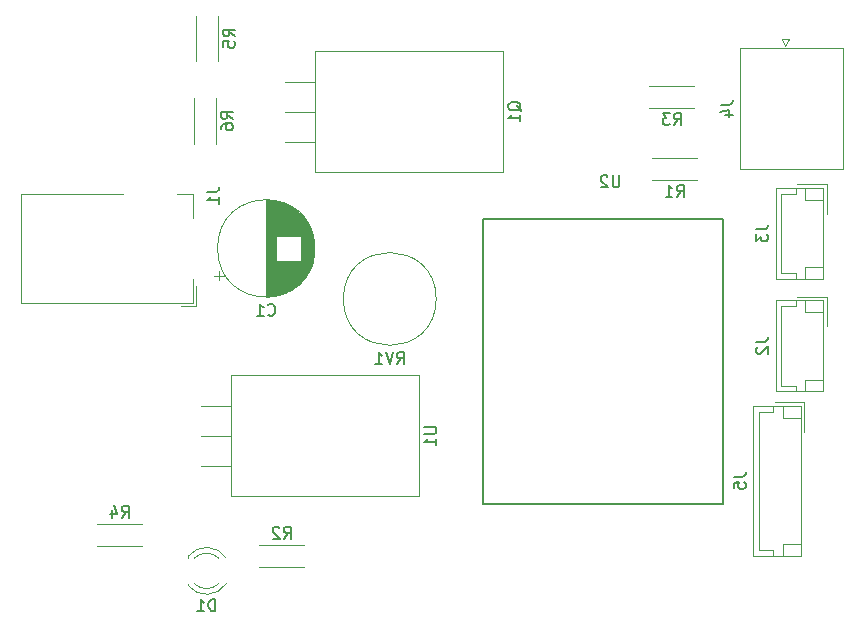
<source format=gbr>
%TF.GenerationSoftware,KiCad,Pcbnew,6.0.11+dfsg-1*%
%TF.CreationDate,2025-02-08T18:08:56+02:00*%
%TF.ProjectId,pet_puller_shield,7065745f-7075-46c6-9c65-725f73686965,rev?*%
%TF.SameCoordinates,Original*%
%TF.FileFunction,Legend,Bot*%
%TF.FilePolarity,Positive*%
%FSLAX46Y46*%
G04 Gerber Fmt 4.6, Leading zero omitted, Abs format (unit mm)*
G04 Created by KiCad (PCBNEW 6.0.11+dfsg-1) date 2025-02-08 18:08:56*
%MOMM*%
%LPD*%
G01*
G04 APERTURE LIST*
%ADD10C,0.150000*%
%ADD11C,0.120000*%
G04 APERTURE END LIST*
D10*
%TO.C,J4*%
X180692380Y-92599166D02*
X181406666Y-92599166D01*
X181549523Y-92551547D01*
X181644761Y-92456309D01*
X181692380Y-92313452D01*
X181692380Y-92218214D01*
X181025714Y-93503928D02*
X181692380Y-93503928D01*
X180644761Y-93265833D02*
X181359047Y-93027738D01*
X181359047Y-93646785D01*
%TO.C,R1*%
X176950666Y-100416380D02*
X177284000Y-99940190D01*
X177522095Y-100416380D02*
X177522095Y-99416380D01*
X177141142Y-99416380D01*
X177045904Y-99464000D01*
X176998285Y-99511619D01*
X176950666Y-99606857D01*
X176950666Y-99749714D01*
X176998285Y-99844952D01*
X177045904Y-99892571D01*
X177141142Y-99940190D01*
X177522095Y-99940190D01*
X175998285Y-100416380D02*
X176569714Y-100416380D01*
X176284000Y-100416380D02*
X176284000Y-99416380D01*
X176379238Y-99559238D01*
X176474476Y-99654476D01*
X176569714Y-99702095D01*
%TO.C,Q1*%
X163789619Y-93122761D02*
X163742000Y-93027523D01*
X163646761Y-92932285D01*
X163503904Y-92789428D01*
X163456285Y-92694190D01*
X163456285Y-92598952D01*
X163694380Y-92646571D02*
X163646761Y-92551333D01*
X163551523Y-92456095D01*
X163361047Y-92408476D01*
X163027714Y-92408476D01*
X162837238Y-92456095D01*
X162742000Y-92551333D01*
X162694380Y-92646571D01*
X162694380Y-92837047D01*
X162742000Y-92932285D01*
X162837238Y-93027523D01*
X163027714Y-93075142D01*
X163361047Y-93075142D01*
X163551523Y-93027523D01*
X163646761Y-92932285D01*
X163694380Y-92837047D01*
X163694380Y-92646571D01*
X163694380Y-94027523D02*
X163694380Y-93456095D01*
X163694380Y-93741809D02*
X162694380Y-93741809D01*
X162837238Y-93646571D01*
X162932476Y-93551333D01*
X162980095Y-93456095D01*
%TO.C,R2*%
X143676666Y-129342380D02*
X144010000Y-128866190D01*
X144248095Y-129342380D02*
X144248095Y-128342380D01*
X143867142Y-128342380D01*
X143771904Y-128390000D01*
X143724285Y-128437619D01*
X143676666Y-128532857D01*
X143676666Y-128675714D01*
X143724285Y-128770952D01*
X143771904Y-128818571D01*
X143867142Y-128866190D01*
X144248095Y-128866190D01*
X143295714Y-128437619D02*
X143248095Y-128390000D01*
X143152857Y-128342380D01*
X142914761Y-128342380D01*
X142819523Y-128390000D01*
X142771904Y-128437619D01*
X142724285Y-128532857D01*
X142724285Y-128628095D01*
X142771904Y-128770952D01*
X143343333Y-129342380D01*
X142724285Y-129342380D01*
%TO.C,D1*%
X137873095Y-135492380D02*
X137873095Y-134492380D01*
X137635000Y-134492380D01*
X137492142Y-134540000D01*
X137396904Y-134635238D01*
X137349285Y-134730476D01*
X137301666Y-134920952D01*
X137301666Y-135063809D01*
X137349285Y-135254285D01*
X137396904Y-135349523D01*
X137492142Y-135444761D01*
X137635000Y-135492380D01*
X137873095Y-135492380D01*
X136349285Y-135492380D02*
X136920714Y-135492380D01*
X136635000Y-135492380D02*
X136635000Y-134492380D01*
X136730238Y-134635238D01*
X136825476Y-134730476D01*
X136920714Y-134778095D01*
%TO.C,J5*%
X181772380Y-124126666D02*
X182486666Y-124126666D01*
X182629523Y-124079047D01*
X182724761Y-123983809D01*
X182772380Y-123840952D01*
X182772380Y-123745714D01*
X181772380Y-125079047D02*
X181772380Y-124602857D01*
X182248571Y-124555238D01*
X182200952Y-124602857D01*
X182153333Y-124698095D01*
X182153333Y-124936190D01*
X182200952Y-125031428D01*
X182248571Y-125079047D01*
X182343809Y-125126666D01*
X182581904Y-125126666D01*
X182677142Y-125079047D01*
X182724761Y-125031428D01*
X182772380Y-124936190D01*
X182772380Y-124698095D01*
X182724761Y-124602857D01*
X182677142Y-124555238D01*
%TO.C,R3*%
X176696666Y-94320380D02*
X177030000Y-93844190D01*
X177268095Y-94320380D02*
X177268095Y-93320380D01*
X176887142Y-93320380D01*
X176791904Y-93368000D01*
X176744285Y-93415619D01*
X176696666Y-93510857D01*
X176696666Y-93653714D01*
X176744285Y-93748952D01*
X176791904Y-93796571D01*
X176887142Y-93844190D01*
X177268095Y-93844190D01*
X176363333Y-93320380D02*
X175744285Y-93320380D01*
X176077619Y-93701333D01*
X175934761Y-93701333D01*
X175839523Y-93748952D01*
X175791904Y-93796571D01*
X175744285Y-93891809D01*
X175744285Y-94129904D01*
X175791904Y-94225142D01*
X175839523Y-94272761D01*
X175934761Y-94320380D01*
X176220476Y-94320380D01*
X176315714Y-94272761D01*
X176363333Y-94225142D01*
%TO.C,R4*%
X129960666Y-127564380D02*
X130294000Y-127088190D01*
X130532095Y-127564380D02*
X130532095Y-126564380D01*
X130151142Y-126564380D01*
X130055904Y-126612000D01*
X130008285Y-126659619D01*
X129960666Y-126754857D01*
X129960666Y-126897714D01*
X130008285Y-126992952D01*
X130055904Y-127040571D01*
X130151142Y-127088190D01*
X130532095Y-127088190D01*
X129103523Y-126897714D02*
X129103523Y-127564380D01*
X129341619Y-126516761D02*
X129579714Y-127231047D01*
X128960666Y-127231047D01*
%TO.C,J3*%
X183677380Y-103171666D02*
X184391666Y-103171666D01*
X184534523Y-103124047D01*
X184629761Y-103028809D01*
X184677380Y-102885952D01*
X184677380Y-102790714D01*
X183677380Y-103552619D02*
X183677380Y-104171666D01*
X184058333Y-103838333D01*
X184058333Y-103981190D01*
X184105952Y-104076428D01*
X184153571Y-104124047D01*
X184248809Y-104171666D01*
X184486904Y-104171666D01*
X184582142Y-104124047D01*
X184629761Y-104076428D01*
X184677380Y-103981190D01*
X184677380Y-103695476D01*
X184629761Y-103600238D01*
X184582142Y-103552619D01*
%TO.C,U1*%
X155582380Y-119888095D02*
X156391904Y-119888095D01*
X156487142Y-119935714D01*
X156534761Y-119983333D01*
X156582380Y-120078571D01*
X156582380Y-120269047D01*
X156534761Y-120364285D01*
X156487142Y-120411904D01*
X156391904Y-120459523D01*
X155582380Y-120459523D01*
X156582380Y-121459523D02*
X156582380Y-120888095D01*
X156582380Y-121173809D02*
X155582380Y-121173809D01*
X155725238Y-121078571D01*
X155820476Y-120983333D01*
X155868095Y-120888095D01*
%TO.C,J2*%
X183677380Y-112696666D02*
X184391666Y-112696666D01*
X184534523Y-112649047D01*
X184629761Y-112553809D01*
X184677380Y-112410952D01*
X184677380Y-112315714D01*
X183772619Y-113125238D02*
X183725000Y-113172857D01*
X183677380Y-113268095D01*
X183677380Y-113506190D01*
X183725000Y-113601428D01*
X183772619Y-113649047D01*
X183867857Y-113696666D01*
X183963095Y-113696666D01*
X184105952Y-113649047D01*
X184677380Y-113077619D01*
X184677380Y-113696666D01*
%TO.C,R6*%
X139367380Y-93813333D02*
X138891190Y-93480000D01*
X139367380Y-93241904D02*
X138367380Y-93241904D01*
X138367380Y-93622857D01*
X138415000Y-93718095D01*
X138462619Y-93765714D01*
X138557857Y-93813333D01*
X138700714Y-93813333D01*
X138795952Y-93765714D01*
X138843571Y-93718095D01*
X138891190Y-93622857D01*
X138891190Y-93241904D01*
X138367380Y-94670476D02*
X138367380Y-94480000D01*
X138415000Y-94384761D01*
X138462619Y-94337142D01*
X138605476Y-94241904D01*
X138795952Y-94194285D01*
X139176904Y-94194285D01*
X139272142Y-94241904D01*
X139319761Y-94289523D01*
X139367380Y-94384761D01*
X139367380Y-94575238D01*
X139319761Y-94670476D01*
X139272142Y-94718095D01*
X139176904Y-94765714D01*
X138938809Y-94765714D01*
X138843571Y-94718095D01*
X138795952Y-94670476D01*
X138748333Y-94575238D01*
X138748333Y-94384761D01*
X138795952Y-94289523D01*
X138843571Y-94241904D01*
X138938809Y-94194285D01*
%TO.C,C1*%
X142355760Y-110382142D02*
X142403379Y-110429761D01*
X142546236Y-110477380D01*
X142641474Y-110477380D01*
X142784332Y-110429761D01*
X142879570Y-110334523D01*
X142927189Y-110239285D01*
X142974808Y-110048809D01*
X142974808Y-109905952D01*
X142927189Y-109715476D01*
X142879570Y-109620238D01*
X142784332Y-109525000D01*
X142641474Y-109477380D01*
X142546236Y-109477380D01*
X142403379Y-109525000D01*
X142355760Y-109572619D01*
X141403379Y-110477380D02*
X141974808Y-110477380D01*
X141689094Y-110477380D02*
X141689094Y-109477380D01*
X141784332Y-109620238D01*
X141879570Y-109715476D01*
X141974808Y-109763095D01*
%TO.C,J1*%
X137207380Y-99996666D02*
X137921666Y-99996666D01*
X138064523Y-99949047D01*
X138159761Y-99853809D01*
X138207380Y-99710952D01*
X138207380Y-99615714D01*
X138207380Y-100996666D02*
X138207380Y-100425238D01*
X138207380Y-100710952D02*
X137207380Y-100710952D01*
X137350238Y-100615714D01*
X137445476Y-100520476D01*
X137493095Y-100425238D01*
%TO.C,RV1*%
X153249238Y-114568380D02*
X153582571Y-114092190D01*
X153820666Y-114568380D02*
X153820666Y-113568380D01*
X153439714Y-113568380D01*
X153344476Y-113616000D01*
X153296857Y-113663619D01*
X153249238Y-113758857D01*
X153249238Y-113901714D01*
X153296857Y-113996952D01*
X153344476Y-114044571D01*
X153439714Y-114092190D01*
X153820666Y-114092190D01*
X152963523Y-113568380D02*
X152630190Y-114568380D01*
X152296857Y-113568380D01*
X151439714Y-114568380D02*
X152011142Y-114568380D01*
X151725428Y-114568380D02*
X151725428Y-113568380D01*
X151820666Y-113711238D01*
X151915904Y-113806476D01*
X152011142Y-113854095D01*
%TO.C,U2*%
X172084904Y-98599880D02*
X172084904Y-99409404D01*
X172037285Y-99504642D01*
X171989666Y-99552261D01*
X171894428Y-99599880D01*
X171703952Y-99599880D01*
X171608714Y-99552261D01*
X171561095Y-99504642D01*
X171513476Y-99409404D01*
X171513476Y-98599880D01*
X171084904Y-98695119D02*
X171037285Y-98647500D01*
X170942047Y-98599880D01*
X170703952Y-98599880D01*
X170608714Y-98647500D01*
X170561095Y-98695119D01*
X170513476Y-98790357D01*
X170513476Y-98885595D01*
X170561095Y-99028452D01*
X171132523Y-99599880D01*
X170513476Y-99599880D01*
%TO.C,R5*%
X139532380Y-86828333D02*
X139056190Y-86495000D01*
X139532380Y-86256904D02*
X138532380Y-86256904D01*
X138532380Y-86637857D01*
X138580000Y-86733095D01*
X138627619Y-86780714D01*
X138722857Y-86828333D01*
X138865714Y-86828333D01*
X138960952Y-86780714D01*
X139008571Y-86733095D01*
X139056190Y-86637857D01*
X139056190Y-86256904D01*
X138532380Y-87733095D02*
X138532380Y-87256904D01*
X139008571Y-87209285D01*
X138960952Y-87256904D01*
X138913333Y-87352142D01*
X138913333Y-87590238D01*
X138960952Y-87685476D01*
X139008571Y-87733095D01*
X139103809Y-87780714D01*
X139341904Y-87780714D01*
X139437142Y-87733095D01*
X139484761Y-87685476D01*
X139532380Y-87590238D01*
X139532380Y-87352142D01*
X139484761Y-87256904D01*
X139437142Y-87209285D01*
D11*
%TO.C,J4*%
X185840000Y-87022500D02*
X186140000Y-87622500D01*
X186140000Y-87622500D02*
X186440000Y-87022500D01*
X191050000Y-98042500D02*
X182330000Y-98042500D01*
X186440000Y-87022500D02*
X185840000Y-87022500D01*
X182330000Y-87822500D02*
X191050000Y-87822500D01*
X191050000Y-87822500D02*
X191050000Y-98042500D01*
X182330000Y-98042500D02*
X182330000Y-87822500D01*
%TO.C,R1*%
X174864000Y-97124000D02*
X178704000Y-97124000D01*
X174864000Y-98964000D02*
X178704000Y-98964000D01*
%TO.C,Q1*%
X162242000Y-98338000D02*
X162242000Y-88098000D01*
X162242000Y-98338000D02*
X146352000Y-98338000D01*
X162242000Y-88098000D02*
X146352000Y-88098000D01*
X146352000Y-90678000D02*
X143812000Y-90678000D01*
X146352000Y-93218000D02*
X143812000Y-93218000D01*
X146352000Y-98338000D02*
X146352000Y-88098000D01*
X146352000Y-95758000D02*
X143812000Y-95758000D01*
%TO.C,R2*%
X145430000Y-131730000D02*
X141590000Y-131730000D01*
X145430000Y-129890000D02*
X141590000Y-129890000D01*
%TO.C,D1*%
X135575000Y-131000000D02*
X135575000Y-130844000D01*
X135575000Y-133316000D02*
X135575000Y-133160000D01*
X135575000Y-133315516D02*
G75*
G03*
X138807335Y-133158608I1560000J1235516D01*
G01*
X138176130Y-131000163D02*
G75*
G03*
X136094039Y-131000000I-1041130J-1079837D01*
G01*
X136094039Y-133160000D02*
G75*
G03*
X138176130Y-133159837I1040961J1080000D01*
G01*
X138807335Y-131001392D02*
G75*
G03*
X135575000Y-130844484I-1672335J-1078608D01*
G01*
%TO.C,J5*%
X185930000Y-129820000D02*
X187430000Y-129820000D01*
X183410000Y-130820000D02*
X183410000Y-118100000D01*
X185930000Y-130820000D02*
X185930000Y-129820000D01*
X185120000Y-118100000D02*
X185120000Y-118600000D01*
X185930000Y-119100000D02*
X187430000Y-119100000D01*
X183910000Y-118600000D02*
X183910000Y-130320000D01*
X187430000Y-130820000D02*
X183410000Y-130820000D01*
X183410000Y-118100000D02*
X187430000Y-118100000D01*
X185230000Y-117800000D02*
X187730000Y-117800000D01*
X187430000Y-118100000D02*
X187430000Y-130820000D01*
X183910000Y-130320000D02*
X185120000Y-130320000D01*
X185930000Y-118100000D02*
X185930000Y-119100000D01*
X185120000Y-118600000D02*
X183910000Y-118600000D01*
X187730000Y-117800000D02*
X187730000Y-120300000D01*
X185120000Y-130320000D02*
X185120000Y-130820000D01*
%TO.C,R3*%
X174610000Y-92868000D02*
X178450000Y-92868000D01*
X174610000Y-91028000D02*
X178450000Y-91028000D01*
%TO.C,R4*%
X131714000Y-128112000D02*
X127874000Y-128112000D01*
X131714000Y-129952000D02*
X127874000Y-129952000D01*
%TO.C,J3*%
X187835000Y-106365000D02*
X189335000Y-106365000D01*
X189335000Y-99645000D02*
X189335000Y-107365000D01*
X189335000Y-107365000D02*
X185315000Y-107365000D01*
X187135000Y-99345000D02*
X189635000Y-99345000D01*
X187835000Y-99645000D02*
X187835000Y-100645000D01*
X187025000Y-100145000D02*
X185815000Y-100145000D01*
X185815000Y-100145000D02*
X185815000Y-106865000D01*
X187835000Y-107365000D02*
X187835000Y-106365000D01*
X187835000Y-100645000D02*
X189335000Y-100645000D01*
X187025000Y-106865000D02*
X187025000Y-107365000D01*
X187025000Y-99645000D02*
X187025000Y-100145000D01*
X189635000Y-99345000D02*
X189635000Y-101845000D01*
X185315000Y-99645000D02*
X189335000Y-99645000D01*
X185815000Y-106865000D02*
X187025000Y-106865000D01*
X185315000Y-107365000D02*
X185315000Y-99645000D01*
%TO.C,U1*%
X155130000Y-125770000D02*
X155130000Y-115530000D01*
X139240000Y-125770000D02*
X139240000Y-115530000D01*
X139240000Y-123190000D02*
X136700000Y-123190000D01*
X139240000Y-120650000D02*
X136700000Y-120650000D01*
X139240000Y-118110000D02*
X136700000Y-118110000D01*
X155130000Y-125770000D02*
X139240000Y-125770000D01*
X155130000Y-115530000D02*
X139240000Y-115530000D01*
%TO.C,J2*%
X189335000Y-109170000D02*
X189335000Y-116890000D01*
X189635000Y-108870000D02*
X189635000Y-111370000D01*
X187835000Y-116890000D02*
X187835000Y-115890000D01*
X189335000Y-116890000D02*
X185315000Y-116890000D01*
X185315000Y-109170000D02*
X189335000Y-109170000D01*
X187835000Y-115890000D02*
X189335000Y-115890000D01*
X187135000Y-108870000D02*
X189635000Y-108870000D01*
X185315000Y-116890000D02*
X185315000Y-109170000D01*
X187835000Y-110170000D02*
X189335000Y-110170000D01*
X187025000Y-109170000D02*
X187025000Y-109670000D01*
X187835000Y-109170000D02*
X187835000Y-110170000D01*
X185815000Y-116390000D02*
X187025000Y-116390000D01*
X185815000Y-109670000D02*
X185815000Y-116390000D01*
X187025000Y-109670000D02*
X185815000Y-109670000D01*
X187025000Y-116390000D02*
X187025000Y-116890000D01*
%TO.C,R6*%
X136075000Y-95900000D02*
X136075000Y-92060000D01*
X137915000Y-95900000D02*
X137915000Y-92060000D01*
%TO.C,C1*%
X144150094Y-103735000D02*
X144150094Y-101191000D01*
X143390094Y-103735000D02*
X143390094Y-100873000D01*
X145950094Y-106420000D02*
X145950094Y-103130000D01*
X144390094Y-108219000D02*
X144390094Y-105815000D01*
X143190094Y-108732000D02*
X143190094Y-105815000D01*
X144030094Y-108422000D02*
X144030094Y-105815000D01*
X143390094Y-108677000D02*
X143390094Y-105815000D01*
X144390094Y-103735000D02*
X144390094Y-101331000D01*
X138179396Y-107490000D02*
X138179396Y-106690000D01*
X142389094Y-108851000D02*
X142389094Y-100699000D01*
X144310094Y-108268000D02*
X144310094Y-105815000D01*
X144070094Y-103735000D02*
X144070094Y-101148000D01*
X144710094Y-103735000D02*
X144710094Y-101555000D01*
X143950094Y-108461000D02*
X143950094Y-105815000D01*
X144950094Y-107794000D02*
X144950094Y-105815000D01*
X144510094Y-103735000D02*
X144510094Y-101410000D01*
X142589094Y-108836000D02*
X142589094Y-100714000D01*
X143790094Y-103735000D02*
X143790094Y-101018000D01*
X145230094Y-107516000D02*
X145230094Y-102034000D01*
X142910094Y-108792000D02*
X142910094Y-100758000D01*
X145590094Y-107062000D02*
X145590094Y-102488000D01*
X143070094Y-108760000D02*
X143070094Y-105815000D01*
X145630094Y-107003000D02*
X145630094Y-102547000D01*
X145390094Y-107331000D02*
X145390094Y-102219000D01*
X144910094Y-103735000D02*
X144910094Y-101720000D01*
X143750094Y-103735000D02*
X143750094Y-101001000D01*
X144470094Y-103735000D02*
X144470094Y-101383000D01*
X144990094Y-103735000D02*
X144990094Y-101792000D01*
X144590094Y-108084000D02*
X144590094Y-105815000D01*
X145150094Y-107601000D02*
X145150094Y-101949000D01*
X143150094Y-103735000D02*
X143150094Y-100808000D01*
X146030094Y-106228000D02*
X146030094Y-103322000D01*
X143710094Y-103735000D02*
X143710094Y-100985000D01*
X143910094Y-108479000D02*
X143910094Y-105815000D01*
X143430094Y-108664000D02*
X143430094Y-105815000D01*
X142469094Y-108846000D02*
X142469094Y-100704000D01*
X145790094Y-106739000D02*
X145790094Y-102811000D01*
X143590094Y-108610000D02*
X143590094Y-105815000D01*
X144510094Y-108140000D02*
X144510094Y-105815000D01*
X143030094Y-108769000D02*
X143030094Y-100781000D01*
X143230094Y-108722000D02*
X143230094Y-105815000D01*
X144910094Y-107830000D02*
X144910094Y-105815000D01*
X144430094Y-108193000D02*
X144430094Y-105815000D01*
X144110094Y-108381000D02*
X144110094Y-105815000D01*
X145430094Y-107280000D02*
X145430094Y-102270000D01*
X145750094Y-106809000D02*
X145750094Y-102741000D01*
X142269094Y-108855000D02*
X142269094Y-100695000D01*
X143830094Y-103735000D02*
X143830094Y-101035000D01*
X143150094Y-108742000D02*
X143150094Y-105815000D01*
X143350094Y-103735000D02*
X143350094Y-100861000D01*
X145110094Y-103735000D02*
X145110094Y-101908000D01*
X145830094Y-106665000D02*
X145830094Y-102885000D01*
X145110094Y-107642000D02*
X145110094Y-105815000D01*
X144110094Y-103735000D02*
X144110094Y-101169000D01*
X142950094Y-108785000D02*
X142950094Y-100765000D01*
X144470094Y-108167000D02*
X144470094Y-105815000D01*
X145470094Y-107229000D02*
X145470094Y-102321000D01*
X144030094Y-103735000D02*
X144030094Y-101128000D01*
X143750094Y-108549000D02*
X143750094Y-105815000D01*
X142349094Y-108852000D02*
X142349094Y-100698000D01*
X143190094Y-103735000D02*
X143190094Y-100818000D01*
X143630094Y-103735000D02*
X143630094Y-100954000D01*
X146190094Y-105723000D02*
X146190094Y-103827000D01*
X144350094Y-108244000D02*
X144350094Y-105815000D01*
X144070094Y-108402000D02*
X144070094Y-105815000D01*
X142789094Y-108812000D02*
X142789094Y-100738000D01*
X145670094Y-106941000D02*
X145670094Y-102609000D01*
X143630094Y-108596000D02*
X143630094Y-105815000D01*
X143910094Y-103735000D02*
X143910094Y-101071000D01*
X143470094Y-108652000D02*
X143470094Y-105815000D01*
X144630094Y-108055000D02*
X144630094Y-105815000D01*
X143510094Y-108638000D02*
X143510094Y-105815000D01*
X145910094Y-106506000D02*
X145910094Y-103044000D01*
X137779396Y-107090000D02*
X138579396Y-107090000D01*
X143070094Y-103735000D02*
X143070094Y-100790000D01*
X144230094Y-108315000D02*
X144230094Y-105815000D01*
X146150094Y-105873000D02*
X146150094Y-103677000D01*
X144150094Y-108359000D02*
X144150094Y-105815000D01*
X145990094Y-106327000D02*
X145990094Y-103223000D01*
X143990094Y-103735000D02*
X143990094Y-101109000D01*
X143870094Y-103735000D02*
X143870094Y-101053000D01*
X144830094Y-103735000D02*
X144830094Y-101651000D01*
X143550094Y-103735000D02*
X143550094Y-100925000D01*
X143990094Y-108441000D02*
X143990094Y-105815000D01*
X144870094Y-107865000D02*
X144870094Y-105815000D01*
X142429094Y-108849000D02*
X142429094Y-100701000D01*
X143350094Y-108689000D02*
X143350094Y-105815000D01*
X143310094Y-108700000D02*
X143310094Y-105815000D01*
X142629094Y-108832000D02*
X142629094Y-100718000D01*
X144630094Y-103735000D02*
X144630094Y-101495000D01*
X145350094Y-107379000D02*
X145350094Y-102171000D01*
X143510094Y-103735000D02*
X143510094Y-100912000D01*
X142990094Y-108777000D02*
X142990094Y-100773000D01*
X143830094Y-108515000D02*
X143830094Y-105815000D01*
X143710094Y-108565000D02*
X143710094Y-105815000D01*
X144350094Y-103735000D02*
X144350094Y-101306000D01*
X144990094Y-107758000D02*
X144990094Y-105815000D01*
X146230094Y-105543000D02*
X146230094Y-104007000D01*
X143110094Y-103735000D02*
X143110094Y-100799000D01*
X144550094Y-103735000D02*
X144550094Y-101437000D01*
X144310094Y-103735000D02*
X144310094Y-101282000D01*
X145190094Y-107559000D02*
X145190094Y-101991000D01*
X142229094Y-108855000D02*
X142229094Y-100695000D01*
X145870094Y-106588000D02*
X145870094Y-102962000D01*
X144790094Y-107931000D02*
X144790094Y-105815000D01*
X145710094Y-106877000D02*
X145710094Y-102673000D01*
X143270094Y-108711000D02*
X143270094Y-105815000D01*
X143110094Y-108751000D02*
X143110094Y-105815000D01*
X145030094Y-107720000D02*
X145030094Y-105815000D01*
X143670094Y-108580000D02*
X143670094Y-105815000D01*
X144550094Y-108113000D02*
X144550094Y-105815000D01*
X144790094Y-103735000D02*
X144790094Y-101619000D01*
X143470094Y-103735000D02*
X143470094Y-100898000D01*
X144830094Y-107899000D02*
X144830094Y-105815000D01*
X144870094Y-103735000D02*
X144870094Y-101685000D01*
X146110094Y-106004000D02*
X146110094Y-103546000D01*
X142309094Y-108854000D02*
X142309094Y-100696000D01*
X146270094Y-105308000D02*
X146270094Y-104242000D01*
X142189094Y-108855000D02*
X142189094Y-100695000D01*
X143670094Y-103735000D02*
X143670094Y-100970000D01*
X143430094Y-103735000D02*
X143430094Y-100886000D01*
X144670094Y-108025000D02*
X144670094Y-105815000D01*
X144190094Y-103735000D02*
X144190094Y-101213000D01*
X145510094Y-107175000D02*
X145510094Y-102375000D01*
X142709094Y-108823000D02*
X142709094Y-100727000D01*
X143870094Y-108497000D02*
X143870094Y-105815000D01*
X144270094Y-103735000D02*
X144270094Y-101258000D01*
X144950094Y-103735000D02*
X144950094Y-101756000D01*
X143790094Y-108532000D02*
X143790094Y-105815000D01*
X142749094Y-108817000D02*
X142749094Y-100733000D01*
X143590094Y-103735000D02*
X143590094Y-100940000D01*
X143270094Y-103735000D02*
X143270094Y-100839000D01*
X142509094Y-108843000D02*
X142509094Y-100707000D01*
X142549094Y-108840000D02*
X142549094Y-100710000D01*
X142669094Y-108827000D02*
X142669094Y-100723000D01*
X145070094Y-107682000D02*
X145070094Y-105815000D01*
X144750094Y-103735000D02*
X144750094Y-101586000D01*
X144190094Y-108337000D02*
X144190094Y-105815000D01*
X143230094Y-103735000D02*
X143230094Y-100828000D01*
X144270094Y-108292000D02*
X144270094Y-105815000D01*
X144230094Y-103735000D02*
X144230094Y-101235000D01*
X144670094Y-103735000D02*
X144670094Y-101525000D01*
X144710094Y-107995000D02*
X144710094Y-105815000D01*
X143950094Y-103735000D02*
X143950094Y-101089000D01*
X144750094Y-107964000D02*
X144750094Y-105815000D01*
X142869094Y-108799000D02*
X142869094Y-100751000D01*
X142829094Y-108805000D02*
X142829094Y-100745000D01*
X143550094Y-108625000D02*
X143550094Y-105815000D01*
X145270094Y-107472000D02*
X145270094Y-102078000D01*
X146070094Y-106121000D02*
X146070094Y-103429000D01*
X144430094Y-103735000D02*
X144430094Y-101357000D01*
X144590094Y-103735000D02*
X144590094Y-101466000D01*
X145550094Y-107120000D02*
X145550094Y-102430000D01*
X145030094Y-103735000D02*
X145030094Y-101830000D01*
X145070094Y-103735000D02*
X145070094Y-101868000D01*
X145310094Y-107426000D02*
X145310094Y-102124000D01*
X143310094Y-103735000D02*
X143310094Y-100850000D01*
X146309094Y-104775000D02*
G75*
G03*
X146309094Y-104775000I-4120000J0D01*
G01*
%TO.C,J1*%
X121455000Y-100190000D02*
X121455000Y-109390000D01*
X130055000Y-100190000D02*
X121455000Y-100190000D01*
X135955000Y-109390000D02*
X135955000Y-107390000D01*
X136255000Y-107990000D02*
X136255000Y-109690000D01*
X121455000Y-109390000D02*
X135955000Y-109390000D01*
X136255000Y-109690000D02*
X134955000Y-109690000D01*
X135955000Y-102190000D02*
X135955000Y-100190000D01*
X135955000Y-100190000D02*
X134655000Y-100190000D01*
%TO.C,RV1*%
X156584000Y-109056000D02*
G75*
G03*
X156584000Y-109056000I-3930000J0D01*
G01*
D10*
%TO.C,U2*%
X180848000Y-102322500D02*
X160528000Y-102322500D01*
X160528000Y-102322500D02*
X160528000Y-126452500D01*
X160528000Y-126452500D02*
X180848000Y-126452500D01*
X180848000Y-126452500D02*
X180848000Y-102322500D01*
D11*
%TO.C,R5*%
X136240000Y-88915000D02*
X136240000Y-85075000D01*
X138080000Y-88915000D02*
X138080000Y-85075000D01*
%TD*%
M02*

</source>
